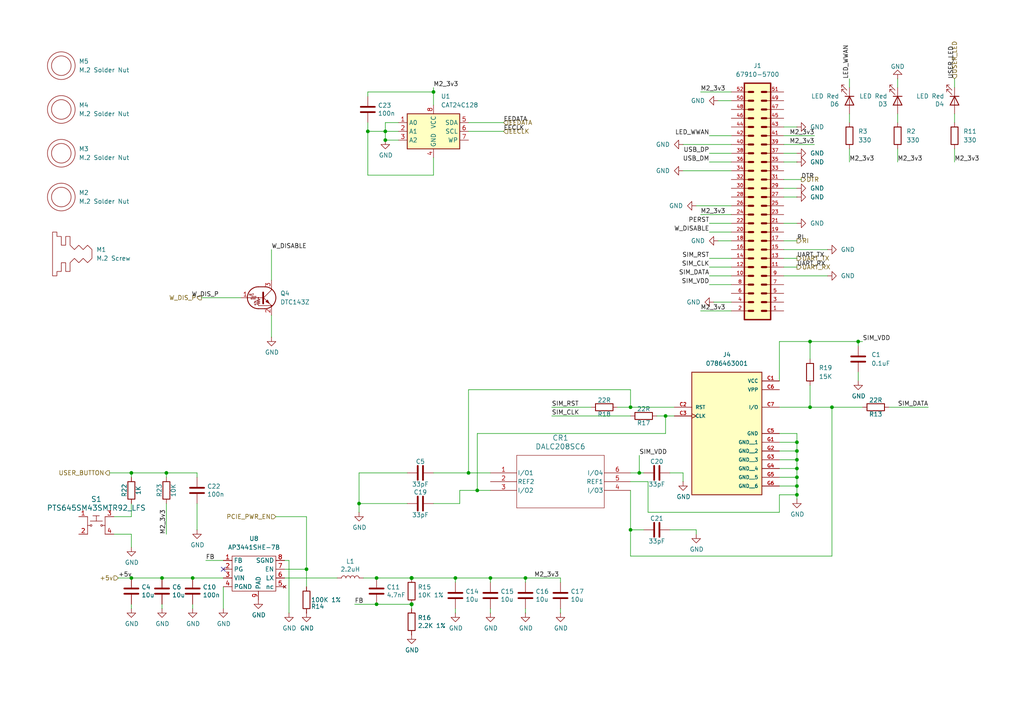
<source format=kicad_sch>
(kicad_sch (version 20250114) (generator "eeschema") (generator_version "9.0")
  (paper "A4")
  (title_block (title "Compute Module 5 IO Board ") (rev "1") (company "E-SMART SOLUTIONS") (comment 1 "Mostafa Bakir"))
  (lib_symbols
    (symbol "0786463001:0786463001" (pin_names (offset 1.016))
      (property "Reference" "J" (at -10.16 10.922 0))
      (property "Value" "0786463001" (at -10.16 -27.94 0))
      (symbol "0786463001_0_0"
        (pin input line (at -15.24 0 0) (length 5.08) (name "RST") (number "C2"))
        (pin input clock (at -15.24 -2.54 0) (length 5.08) (name "CLK") (number "C3"))
        (pin power_in line (at 15.24 7.62 180) (length 5.08) (name "VCC") (number "C1"))
        (pin power_in line (at 15.24 5.08 180) (length 5.08) (name "VPP") (number "C6"))
        (pin bidirectional line (at 15.24 0 180) (length 5.08) (name "I/O") (number "C7"))
        (pin power_in line (at 15.24 -7.62 180) (length 5.08) (name "GND") (number "C5"))
        (pin power_in line (at 15.24 -10.16 180) (length 5.08) (name "GND__1") (number "G1"))
        (pin power_in line (at 15.24 -12.7 180) (length 5.08) (name "GND__2") (number "G2"))
        (pin power_in line (at 15.24 -15.24 180) (length 5.08) (name "GND__3") (number "G3"))
        (pin power_in line (at 15.24 -17.78 180) (length 5.08) (name "GND__4") (number "G4"))
        (pin power_in line (at 15.24 -20.32 180) (length 5.08) (name "GND__5") (number "G5"))
        (pin power_in line (at 15.24 -22.86 180) (length 5.08) (name "GND__6") (number "G6"))
      )
    )
    (symbol "2025-04-18_20-29-10:DALC208SC6" (pin_names (offset 0.254))
      (property "Reference" "CR" (at 20.32 10.16 0))
      (property "Value" "DALC208SC6" (at 20.32 7.62 0))
      (symbol "DALC208SC6_0_1"
        (pin bidirectional line (at 0 0 0) (length 7.62) (name "I/O1") (number "1"))
        (pin unspecified line (at 0 -2.54 0) (length 7.62) (name "REF2") (number "2"))
        (pin bidirectional line (at 0 -5.08 0) (length 7.62) (name "I/O2") (number "3"))
        (pin bidirectional line (at 40.64 0 180) (length 7.62) (name "I/O4") (number "6"))
        (pin unspecified line (at 40.64 -2.54 180) (length 7.62) (name "REF1") (number "5"))
        (pin bidirectional line (at 40.64 -5.08 180) (length 7.62) (name "I/O3") (number "4"))
      )
    )
    (symbol "67910-5700:67910-5700" (pin_names (offset 1.016))
      (property "Reference" "J" (at -3.8196 33.867 0))
      (property "Value" "67910-5700" (at -3.8156 -38.1558 0))
      (symbol "67910-5700_0_0"
        (pin passive line (at -7.62 30.48 0) (length 5.08) (name "~") (number "52"))
        (pin passive line (at -7.62 27.94 0) (length 5.08) (name "~") (number "50"))
        (pin passive line (at -7.62 25.4 0) (length 5.08) (name "~") (number "48"))
        (pin passive line (at -7.62 22.86 0) (length 5.08) (name "~") (number "46"))
        (pin passive line (at -7.62 20.32 0) (length 5.08) (name "~") (number "44"))
        (pin passive line (at -7.62 17.78 0) (length 5.08) (name "~") (number "42"))
        (pin passive line (at -7.62 15.24 0) (length 5.08) (name "~") (number "40"))
        (pin passive line (at -7.62 12.7 0) (length 5.08) (name "~") (number "38"))
        (pin passive line (at -7.62 10.16 0) (length 5.08) (name "~") (number "36"))
        (pin passive line (at -7.62 7.62 0) (length 5.08) (name "~") (number "34"))
        (pin passive line (at -7.62 5.08 0) (length 5.08) (name "~") (number "32"))
        (pin passive line (at -7.62 2.54 0) (length 5.08) (name "~") (number "30"))
        (pin passive line (at -7.62 0 0) (length 5.08) (name "~") (number "28"))
        (pin passive line (at -7.62 -2.54 0) (length 5.08) (name "~") (number "26"))
        (pin passive line (at -7.62 -5.08 0) (length 5.08) (name "~") (number "24"))
        (pin passive line (at -7.62 -7.62 0) (length 5.08) (name "~") (number "22"))
        (pin passive line (at -7.62 -10.16 0) (length 5.08) (name "~") (number "20"))
        (pin passive line (at -7.62 -12.7 0) (length 5.08) (name "~") (number "18"))
        (pin passive line (at -7.62 -15.24 0) (length 5.08) (name "~") (number "16"))
        (pin passive line (at -7.62 -17.78 0) (length 5.08) (name "~") (number "14"))
        (pin passive line (at -7.62 -20.32 0) (length 5.08) (name "~") (number "12"))
        (pin passive line (at -7.62 -22.86 0) (length 5.08) (name "~") (number "10"))
        (pin passive line (at -7.62 -25.4 0) (length 5.08) (name "~") (number "8"))
        (pin passive line (at -7.62 -27.94 0) (length 5.08) (name "~") (number "6"))
        (pin passive line (at -7.62 -30.48 0) (length 5.08) (name "~") (number "4"))
        (pin passive line (at -7.62 -33.02 0) (length 5.08) (name "~") (number "2"))
        (pin passive line (at 7.62 30.48 180) (length 5.08) (name "~") (number "51"))
        (pin passive line (at 7.62 27.94 180) (length 5.08) (name "~") (number "49"))
        (pin passive line (at 7.62 25.4 180) (length 5.08) (name "~") (number "47"))
        (pin passive line (at 7.62 22.86 180) (length 5.08) (name "~") (number "45"))
        (pin passive line (at 7.62 20.32 180) (length 5.08) (name "~") (number "43"))
        (pin passive line (at 7.62 17.78 180) (length 5.08) (name "~") (number "41"))
        (pin passive line (at 7.62 15.24 180) (length 5.08) (name "~") (number "39"))
        (pin passive line (at 7.62 12.7 180) (length 5.08) (name "~") (number "37"))
        (pin passive line (at 7.62 10.16 180) (length 5.08) (name "~") (number "35"))
        (pin passive line (at 7.62 7.62 180) (length 5.08) (name "~") (number "33"))
        (pin passive line (at 7.62 5.08 180) (length 5.08) (name "~") (number "31"))
        (pin passive line (at 7.62 2.54 180) (length 5.08) (name "~") (number "29"))
        (pin passive line (at 7.62 0 180) (length 5.08) (name "~") (number "27"))
        (pin passive line (at 7.62 -2.54 180) (length 5.08) (name "~") (number "25"))
        (pin passive line (at 7.62 -5.08 180) (length 5.08) (name "~") (number "23"))
        (pin passive line (at 7.62 -7.62 180) (length 5.08) (name "~") (number "21"))
        (pin passive line (at 7.62 -10.16 180) (length 5.08) (name "~") (number "19"))
        (pin passive line (at 7.62 -12.7 180) (length 5.08) (name "~") (number "17"))
        (pin passive line (at 7.62 -15.24 180) (length 5.08) (name "~") (number "15"))
        (pin passive line (at 7.62 -17.78 180) (length 5.08) (name "~") (number "13"))
        (pin passive line (at 7.62 -20.32 180) (length 5.08) (name "~") (number "11"))
        (pin passive line (at 7.62 -22.86 180) (length 5.08) (name "~") (number "9"))
        (pin passive line (at 7.62 -25.4 180) (length 5.08) (name "~") (number "7"))
        (pin passive line (at 7.62 -27.94 180) (length 5.08) (name "~") (number "5"))
        (pin passive line (at 7.62 -30.48 180) (length 5.08) (name "~") (number "3"))
        (pin passive line (at 7.62 -33.02 180) (length 5.08) (name "~") (number "1"))
      )
    )
    (symbol "CM5IO:AP3441SHE-7B"
      (property "Reference" "U" (at -6.35 10.16 0))
      (property "Value" "AP3441SHE-7B" (at 0 7.62 0))
      (symbol "AP3441SHE-7B_1_1"
        (pin passive line (at -8.89 5.08 0) (length 2.54) (name "FB") (number "1"))
        (pin open_collector line (at -8.89 2.54 0) (length 2.54) (name "PG") (number "2"))
        (pin power_in line (at -8.89 0 0) (length 2.54) (name "VIN") (number "3"))
        (pin power_in line (at -8.89 -2.54 0) (length 2.54) (name "PGND") (number "4"))
        (pin input line (at 1.27 -6.35 90) (length 2.54) (name "PAD") (number "9"))
        (pin power_in line (at 8.89 5.08 180) (length 2.54) (name "SGND") (number "8"))
        (pin input line (at 8.89 2.54 180) (length 2.54) (name "EN") (number "7"))
        (pin power_out line (at 8.89 0 180) (length 2.54) (name "LX") (number "6"))
        (pin no_connect line (at 8.89 -2.54 180) (length 2.54) (name "nc") (number "5"))
      )
    )
    (symbol "CM5IO:M.2_Screw" (pin_numbers (hide yes)) (pin_names (offset 0) (hide yes)) (on_board no)
      (property "Reference" "M" (at -0.254 -6.35 0))
      (property "Value" "M.2 Screw" (at 0.254 -8.636 0))
    )
    (symbol "CM5IO:SolderNut" (pin_numbers (hide yes)) (pin_names (offset 0) (hide yes)) (exclude_from_sim yes) (on_board no)
      (property "Reference" "M" (at -6.35 -3.556 0))
      (property "Value" "M.2 Solder Nut" (at 0.254 -5.842 0))
    )
    (symbol "Device:C" (pin_numbers (hide yes)) (pin_names (offset 0.254))
      (property "Reference" "C" (at 0.635 2.54 0))
      (property "Value" "C" (at 0.635 -2.54 0))
      (symbol "C_1_1"
        (pin passive line (at 0 3.81 270) (length 2.794) (name "~") (number "1"))
        (pin passive line (at 0 -3.81 90) (length 2.794) (name "~") (number "2"))
      )
    )
    (symbol "Device:L" (pin_numbers (hide yes)) (pin_names (offset 1.016) (hide yes))
      (property "Reference" "L" (at -1.27 0 90))
      (property "Value" "L" (at 1.905 0 90))
      (symbol "L_1_1"
        (pin passive line (at 0 3.81 270) (length 1.27) (name "1") (number "1"))
        (pin passive line (at 0 -3.81 90) (length 1.27) (name "2") (number "2"))
      )
    )
    (symbol "Device:R" (pin_numbers (hide yes)) (pin_names (offset 0))
      (property "Reference" "R" (at 2.032 0 90))
      (property "Value" "R" (at 0 0 90))
      (symbol "R_1_1"
        (pin passive line (at 0 3.81 270) (length 1.27) (name "~") (number "1"))
        (pin passive line (at 0 -3.81 90) (length 1.27) (name "~") (number "2"))
      )
    )
    (symbol "LED_1" (pin_numbers (hide yes)) (pin_names (offset 1.016) (hide yes))
      (property "Reference" "D" (at 0 2.54 0))
      (property "Value" "LED" (at 0 -2.54 0))
      (symbol "LED_1_1_1"
        (pin passive line (at -3.81 0 0) (length 2.54) (name "K") (number "1"))
        (pin passive line (at 3.81 0 180) (length 2.54) (name "A") (number "2"))
      )
    )
    (symbol "Memory_EEPROM:CAT24C128"
      (property "Reference" "U" (at -6.35 6.35 0))
      (property "Value" "CAT24C128" (at 1.27 6.35 0))
      (symbol "CAT24C128_1_1"
        (pin input line (at -10.16 2.54 0) (length 2.54) (name "A0") (number "1"))
        (pin input line (at -10.16 0 0) (length 2.54) (name "A1") (number "2"))
        (pin input line (at -10.16 -2.54 0) (length 2.54) (name "A2") (number "3"))
        (pin power_in line (at 0 7.62 270) (length 2.54) (name "VCC") (number "8"))
        (pin power_in line (at 0 -7.62 90) (length 2.54) (name "GND") (number "4"))
        (pin bidirectional line (at 10.16 2.54 180) (length 2.54) (name "SDA") (number "5"))
        (pin input line (at 10.16 0 180) (length 2.54) (name "SCL") (number "6"))
        (pin input line (at 10.16 -2.54 180) (length 2.54) (name "WP") (number "7"))
      )
    )
    (symbol "Transistor_BJT:DTC143Z" (pin_names (offset 0) (hide yes))
      (property "Reference" "Q" (at 5.08 1.905 0))
      (property "Value" "DTC143Z" (at 5.08 0 0))
      (symbol "DTC143Z_0_0"
        (text "4k7" (at -3.302 0.889 0) (effects (font (size 0.508 0.508))))
        (text "47k" (at -2.159 -1.524 900) (effects (font (size 0.508 0.508))))
      )
      (symbol "DTC143Z_1_1"
        (pin input line (at -6.35 0 0) (length 2.54) (name "B") (number "1"))
        (pin passive line (at 2.54 5.08 270) (length 2.54) (name "C") (number "3"))
        (pin passive line (at 2.54 -5.08 90) (length 2.54) (name "E") (number "2"))
      )
    )
    (symbol "dk_Tactile-Switches:PTS645SM43SMTR92_LFS" (pin_names (offset 1.016))
      (property "Reference" "S" (at 0 5.08 0))
      (property "Value" "PTS645SM43SMTR92_LFS" (at 0 -5.334 0))
      (symbol "PTS645SM43SMTR92_LFS_1_1"
        (pin passive line (at -5.08 2.54 0) (length 2.54) (name "~") (number "1"))
        (pin passive line (at -5.08 -2.54 0) (length 2.54) (name "~") (number "2"))
        (pin passive line (at 5.08 2.54 180) (length 2.54) (name "~") (number "3"))
        (pin passive line (at 5.08 -2.54 180) (length 2.54) (name "~") (number "4"))
      )
    )
    (symbol "power:GND" (power) (pin_numbers (hide yes)) (pin_names (offset 0) (hide yes))
      (property "Value" "GND" (at 0 -3.81 0))
      (symbol "GND_1_1"
        (pin power_in line (at 0 0 270) (length 0) (name "~") (number "1"))
      )
    )
  )
  (junction (at 231.14 140.97))
  (junction (at 231.14 143.51))
  (junction (at 234.95 99.06))
  (junction (at 55.88 167.64))
  (junction (at 119.38 175.26) (diameter 1.016))
  (junction (at 193.04 120.65))
  (junction (at 38.1 137.16))
  (junction (at 135.89 137.16))
  (junction (at 125.73 26.67))
  (junction (at 104.14 146.05))
  (junction (at 109.22 167.64))
  (junction (at 46.99 167.64))
  (junction (at 132.08 167.64))
  (junction (at 88.9 165.1))
  (junction (at 38.1 167.64))
  (junction (at 142.24 167.64))
  (junction (at 231.14 133.35))
  (junction (at 241.3 118.11))
  (junction (at 138.43 142.24))
  (junction (at 231.14 135.89))
  (junction (at 182.88 118.11))
  (junction (at 185.42 137.16))
  (junction (at 109.22 175.26))
  (junction (at 248.92 99.06))
  (junction (at 106.68 38.1))
  (junction (at 182.88 153.67))
  (junction (at 234.95 118.11))
  (junction (at 111.76 38.1))
  (junction (at 48.26 137.16))
  (junction (at 152.4 167.64))
  (junction (at 231.14 128.27))
  (junction (at 119.38 167.64) (diameter 1.016))
  (junction (at 231.14 138.43))
  (junction (at 231.14 130.81))
  (junction (at 111.76 40.64))
  (no_connect (at 64.77 165.1))
  (wire (pts (xy 227.33 44.45) (xy 231.14 44.45)))
  (wire (pts (xy 241.3 118.11) (xy 250.19 118.11)))
  (wire (pts (xy 160.02 120.65) (xy 182.88 120.65)))
  (wire (pts (xy 135.89 113.03) (xy 135.89 137.16)))
  (wire (pts (xy 276.86 43.18) (xy 276.86 46.99)))
  (wire (pts (xy 105.41 167.64) (xy 109.22 167.64)))
  (wire (pts (xy 125.73 26.67) (xy 125.73 30.48)))
  (wire (pts (xy 227.33 46.99) (xy 231.14 46.99)))
  (wire (pts (xy 48.26 146.05) (xy 48.26 154.94)))
  (wire (pts (xy 109.22 167.64) (xy 119.38 167.64)))
  (wire (pts (xy 205.74 74.93) (xy 212.09 74.93)))
  (wire (pts (xy 248.92 107.95) (xy 248.92 110.49)))
  (wire (pts (xy 198.12 137.16) (xy 198.12 139.7)))
  (wire (pts (xy 231.14 133.35) (xy 231.14 135.89)))
  (wire (pts (xy 142.24 167.64) (xy 152.4 167.64)))
  (wire (pts (xy 88.9 165.1) (xy 88.9 170.18)))
  (wire (pts (xy 152.4 167.64) (xy 162.56 167.64)))
  (wire (pts (xy 257.81 118.11) (xy 269.24 118.11)))
  (wire (pts (xy 38.1 154.94) (xy 38.1 158.75)))
  (wire (pts (xy 227.33 77.47) (xy 231.14 77.47)))
  (wire (pts (xy 111.76 35.56) (xy 111.76 38.1)))
  (wire (pts (xy 59.69 162.56) (xy 64.77 162.56)))
  (wire (pts (xy 241.3 118.11) (xy 241.3 161.29)))
  (wire (pts (xy 236.22 41.91) (xy 227.33 41.91)))
  (wire (pts (xy 205.74 44.45) (xy 212.09 44.45)))
  (wire (pts (xy 234.95 99.06) (xy 234.95 104.14)))
  (wire (pts (xy 78.74 91.44) (xy 78.74 97.79)))
  (wire (pts (xy 111.76 40.64) (xy 115.57 40.64)))
  (wire (pts (xy 55.88 175.26) (xy 55.88 176.53)))
  (wire (pts (xy 194.31 153.67) (xy 201.93 153.67)))
  (wire (pts (xy 227.33 80.01) (xy 240.03 80.01)))
  (wire (pts (xy 48.26 137.16) (xy 48.26 138.43)))
  (wire (pts (xy 208.28 69.85) (xy 212.09 69.85)))
  (wire (pts (xy 57.15 137.16) (xy 57.15 138.43)))
  (wire (pts (xy 226.06 99.06) (xy 234.95 99.06)))
  (wire (pts (xy 46.99 167.64) (xy 55.88 167.64)))
  (wire (pts (xy 227.33 36.83) (xy 231.14 36.83)))
  (wire (pts (xy 205.74 80.01) (xy 212.09 80.01)))
  (wire (pts (xy 160.02 118.11) (xy 171.45 118.11)))
  (wire (pts (xy 82.55 165.1) (xy 88.9 165.1)))
  (wire (pts (xy 194.31 137.16) (xy 198.12 137.16)))
  (wire (pts (xy 132.08 167.64) (xy 142.24 167.64)))
  (wire (pts (xy 236.22 39.37) (xy 227.33 39.37)))
  (wire (pts (xy 207.01 87.63) (xy 212.09 87.63)))
  (wire (pts (xy 231.14 143.51) (xy 231.14 144.78)))
  (wire (pts (xy 227.33 54.61) (xy 231.14 54.61)))
  (wire (pts (xy 34.29 167.64) (xy 38.1 167.64)))
  (wire (pts (xy 226.06 133.35) (xy 231.14 133.35)))
  (wire (pts (xy 133.35 142.24) (xy 133.35 146.05)))
  (wire (pts (xy 152.4 167.64) (xy 152.4 168.91)))
  (wire (pts (xy 227.33 69.85) (xy 231.14 69.85)))
  (wire (pts (xy 125.73 50.8) (xy 106.68 50.8)))
  (wire (pts (xy 226.06 138.43) (xy 231.14 138.43)))
  (wire (pts (xy 182.88 113.03) (xy 135.89 113.03)))
  (wire (pts (xy 106.68 38.1) (xy 111.76 38.1)))
  (wire (pts (xy 208.28 29.21) (xy 212.09 29.21)))
  (wire (pts (xy 227.33 57.15) (xy 231.14 57.15)))
  (wire (pts (xy 119.38 167.64) (xy 132.08 167.64)))
  (wire (pts (xy 152.4 176.53) (xy 152.4 177.8)))
  (wire (pts (xy 125.73 26.67) (xy 106.68 26.67)))
  (wire (pts (xy 187.96 148.59) (xy 226.06 148.59)))
  (wire (pts (xy 133.35 146.05) (xy 125.73 146.05)))
  (wire (pts (xy 104.14 137.16) (xy 104.14 146.05)))
  (wire (pts (xy 203.2 90.17) (xy 212.09 90.17)))
  (wire (pts (xy 231.14 138.43) (xy 231.14 140.97)))
  (wire (pts (xy 78.74 72.39) (xy 78.74 81.28)))
  (wire (pts (xy 246.38 43.18) (xy 246.38 46.99)))
  (wire (pts (xy 125.73 45.72) (xy 125.73 50.8)))
  (wire (pts (xy 82.55 167.64) (xy 97.79 167.64)))
  (wire (pts (xy 104.14 146.05) (xy 118.11 146.05)))
  (wire (pts (xy 276.86 33.02) (xy 276.86 35.56)))
  (wire (pts (xy 182.88 137.16) (xy 185.42 137.16)))
  (wire (pts (xy 135.89 137.16) (xy 142.24 137.16)))
  (wire (pts (xy 182.88 142.24) (xy 182.88 153.67)))
  (wire (pts (xy 38.1 149.86) (xy 33.02 149.86)))
  (wire (pts (xy 31.75 137.16) (xy 38.1 137.16)))
  (wire (pts (xy 205.74 46.99) (xy 212.09 46.99)))
  (wire (pts (xy 135.89 35.56) (xy 146.05 35.56)))
  (wire (pts (xy 38.1 137.16) (xy 48.26 137.16)))
  (wire (pts (xy 231.14 135.89) (xy 231.14 138.43)))
  (wire (pts (xy 138.43 142.24) (xy 138.43 125.73)))
  (wire (pts (xy 226.06 128.27) (xy 231.14 128.27)))
  (wire (pts (xy 106.68 26.67) (xy 106.68 27.94)))
  (wire (pts (xy 182.88 139.7) (xy 187.96 139.7)))
  (wire (pts (xy 205.74 39.37) (xy 212.09 39.37)))
  (wire (pts (xy 111.76 38.1) (xy 115.57 38.1)))
  (wire (pts (xy 260.35 43.18) (xy 260.35 46.99)))
  (wire (pts (xy 205.74 67.31) (xy 212.09 67.31)))
  (wire (pts (xy 241.3 161.29) (xy 182.88 161.29)))
  (wire (pts (xy 55.88 167.64) (xy 64.77 167.64)))
  (wire (pts (xy 182.88 161.29) (xy 182.88 153.67)))
  (wire (pts (xy 276.86 22.86) (xy 276.86 25.4)))
  (wire (pts (xy 185.42 132.08) (xy 185.42 137.16)))
  (wire (pts (xy 231.14 130.81) (xy 231.14 133.35)))
  (wire (pts (xy 234.95 111.76) (xy 234.95 118.11)))
  (wire (pts (xy 227.33 74.93) (xy 231.14 74.93)))
  (wire (pts (xy 226.06 135.89) (xy 231.14 135.89)))
  (wire (pts (xy 135.89 38.1) (xy 146.05 38.1)))
  (wire (pts (xy 88.9 149.86) (xy 88.9 165.1)))
  (wire (pts (xy 125.73 137.16) (xy 135.89 137.16)))
  (wire (pts (xy 109.22 175.26) (xy 119.38 175.26)))
  (wire (pts (xy 106.68 50.8) (xy 106.68 38.1)))
  (wire (pts (xy 182.88 118.11) (xy 182.88 113.03)))
  (wire (pts (xy 231.14 125.73) (xy 231.14 128.27)))
  (wire (pts (xy 226.06 118.11) (xy 234.95 118.11)))
  (wire (pts (xy 38.1 175.26) (xy 38.1 176.53)))
  (wire (pts (xy 227.33 52.07) (xy 232.41 52.07)))
  (wire (pts (xy 226.06 143.51) (xy 231.14 143.51)))
  (wire (pts (xy 132.08 168.91) (xy 132.08 167.64)))
  (wire (pts (xy 104.14 148.59) (xy 104.14 146.05)))
  (wire (pts (xy 227.33 72.39) (xy 240.03 72.39)))
  (wire (pts (xy 38.1 137.16) (xy 38.1 138.43)))
  (wire (pts (xy 115.57 35.56) (xy 111.76 35.56)))
  (wire (pts (xy 57.15 146.05) (xy 57.15 153.67)))
  (wire (pts (xy 187.96 139.7) (xy 187.96 148.59)))
  (wire (pts (xy 190.5 120.65) (xy 193.04 120.65)))
  (wire (pts (xy 231.14 140.97) (xy 231.14 143.51)))
  (wire (pts (xy 58.42 86.36) (xy 69.85 86.36)))
  (wire (pts (xy 118.11 137.16) (xy 104.14 137.16)))
  (wire (pts (xy 201.93 153.67) (xy 201.93 154.94)))
  (wire (pts (xy 82.55 162.56) (xy 83.82 162.56)))
  (wire (pts (xy 106.68 35.56) (xy 106.68 38.1)))
  (wire (pts (xy 193.04 120.65) (xy 193.04 125.73)))
  (wire (pts (xy 179.07 118.11) (xy 182.88 118.11)))
  (wire (pts (xy 231.14 128.27) (xy 231.14 130.81)))
  (wire (pts (xy 226.06 125.73) (xy 231.14 125.73)))
  (wire (pts (xy 260.35 22.86) (xy 260.35 25.4)))
  (wire (pts (xy 33.02 154.94) (xy 38.1 154.94)))
  (wire (pts (xy 38.1 167.64) (xy 46.99 167.64)))
  (wire (pts (xy 125.73 25.4) (xy 125.73 26.67)))
  (wire (pts (xy 234.95 118.11) (xy 241.3 118.11)))
  (wire (pts (xy 182.88 153.67) (xy 186.69 153.67)))
  (wire (pts (xy 227.33 64.77) (xy 231.14 64.77)))
  (wire (pts (xy 226.06 148.59) (xy 226.06 143.51)))
  (wire (pts (xy 234.95 99.06) (xy 248.92 99.06)))
  (wire (pts (xy 142.24 167.64) (xy 142.24 168.91)))
  (wire (pts (xy 80.01 149.86) (xy 88.9 149.86)))
  (wire (pts (xy 142.24 142.24) (xy 138.43 142.24)))
  (wire (pts (xy 46.99 175.26) (xy 46.99 176.53)))
  (wire (pts (xy 185.42 137.16) (xy 186.69 137.16)))
  (wire (pts (xy 248.92 99.06) (xy 248.92 100.33)))
  (wire (pts (xy 132.08 177.8) (xy 132.08 176.53)))
  (wire (pts (xy 205.74 77.47) (xy 212.09 77.47)))
  (wire (pts (xy 162.56 176.53) (xy 162.56 177.8)))
  (wire (pts (xy 138.43 142.24) (xy 133.35 142.24)))
  (wire (pts (xy 64.77 176.53) (xy 64.77 170.18)))
  (wire (pts (xy 182.88 118.11) (xy 195.58 118.11)))
  (wire (pts (xy 248.92 99.06) (xy 250.19 99.06)))
  (wire (pts (xy 162.56 167.64) (xy 162.56 168.91)))
  (wire (pts (xy 142.24 176.53) (xy 142.24 177.8)))
  (wire (pts (xy 203.2 62.23) (xy 212.09 62.23)))
  (wire (pts (xy 231.14 140.97) (xy 226.06 140.97)))
  (wire (pts (xy 260.35 33.02) (xy 260.35 35.56)))
  (wire (pts (xy 198.12 49.53) (xy 212.09 49.53)))
  (wire (pts (xy 48.26 137.16) (xy 57.15 137.16)))
  (wire (pts (xy 119.38 176.53) (xy 119.38 175.26)))
  (wire (pts (xy 246.38 33.02) (xy 246.38 35.56)))
  (wire (pts (xy 205.74 64.77) (xy 212.09 64.77)))
  (wire (pts (xy 205.74 82.55) (xy 212.09 82.55)))
  (wire (pts (xy 226.06 130.81) (xy 231.14 130.81)))
  (wire (pts (xy 201.93 59.69) (xy 212.09 59.69)))
  (wire (pts (xy 138.43 125.73) (xy 193.04 125.73)))
  (wire (pts (xy 102.87 175.26) (xy 109.22 175.26)))
  (wire (pts (xy 198.12 41.91) (xy 212.09 41.91)))
  (wire (pts (xy 246.38 22.86) (xy 246.38 25.4)))
  (wire (pts (xy 193.04 120.65) (xy 195.58 120.65)))
  (wire (pts (xy 111.76 38.1) (xy 111.76 40.64)))
  (wire (pts (xy 83.82 162.56) (xy 83.82 177.8)))
  (wire (pts (xy 38.1 146.05) (xy 38.1 149.86)))
  (wire (pts (xy 226.06 99.06) (xy 226.06 110.49)))
  (wire (pts (xy 203.2 26.67) (xy 212.09 26.67)))
  (label "SIM_VDD" (at 185.42 132.08 0))
  (label "USB_DP" (at 205.74 44.45 180))
  (label "UART_TX" (at 231.14 74.93 0))
  (label "M2_3v3" (at 203.2 90.17 0))
  (label "M2_3v3" (at 154.94 167.64 0))
  (label "PERST" (at 205.74 64.77 180))
  (label "+5v" (at 34.29 167.64 0))
  (label "SIM_RST" (at 205.74 74.93 180))
  (label "M2_3v3" (at 236.22 41.91 180))
  (label "SIM_VDD" (at 205.74 82.55 180))
  (label "LED_WWAN" (at 246.38 22.86 90))
  (label "SIM_DATA" (at 269.24 118.11 180))
  (label "M2_3v3" (at 236.22 39.37 180))
  (label "SIM_CLK" (at 205.74 77.47 180))
  (label "FB" (at 59.69 162.56 0))
  (label "M2_3v3" (at 203.2 62.23 0))
  (label "M2_3v3" (at 203.2 26.67 0))
  (label "SIM_VDD" (at 250.19 99.06 0))
  (label "UART_RX" (at 231.14 77.47 0))
  (label "M2_3v3" (at 125.73 25.4 0))
  (label "SIM_CLK" (at 160.02 120.65 0))
  (label "EECLK" (at 146.05 38.1 0))
  (label "DTR" (at 232.41 52.07 0))
  (label "LED_WWAN" (at 205.74 39.37 180))
  (label "M2_3v3" (at 260.35 46.99 0))
  (label "USER_LED" (at 276.86 22.86 90))
  (label "M2_3v3" (at 246.38 46.99 0))
  (label "W_DIS_P" (at 63.5 86.36 180))
  (label "USB_DM" (at 205.74 46.99 180))
  (label "M2_3v3" (at 276.86 46.99 0))
  (label "EEDATA" (at 146.05 35.56 0))
  (label "W_DISABLE" (at 78.74 72.39 0))
  (label "W_DISABLE" (at 205.74 67.31 180))
  (label "FB" (at 102.87 175.26 0))
  (label "M2_3v3" (at 48.26 154.94 90))
  (label "SIM_DATA" (at 205.74 80.01 180))
  (label "RI" (at 231.14 69.85 0))
  (label "SIM_RST" (at 160.02 118.11 0))
  (hierarchical_label "W_DIS_P" (shape output) (at 58.42 86.36 180))
  (hierarchical_label "UART_RX" (shape output) (at 231.14 77.47 0))
  (hierarchical_label "EECLK" (shape input) (at 146.05 38.1 0))
  (hierarchical_label "EEDATA" (shape input) (at 146.05 35.56 0))
  (hierarchical_label "USER_BUTTON" (shape output) (at 31.75 137.16 180))
  (hierarchical_label "PCIE_PWR_EN" (shape input) (at 80.01 149.86 180))
  (hierarchical_label "UART_TX" (shape output) (at 231.14 74.93 0))
  (hierarchical_label "+5v" (shape input) (at 34.29 167.64 180))
  (hierarchical_label "RI" (shape output) (at 231.14 69.85 0))
  (hierarchical_label "DTR" (shape output) (at 232.41 52.07 0))
  (hierarchical_label "USER_LED" (shape input) (at 276.86 22.86 90))
  (symbol (lib_id "power:GND") (at 38.1 158.75 0) (unit 1)
    (property "Reference" "#PWR051" (effects (hide yes)))
    (property "Value" "GND" (at 38.227 163.1442 0))
    (property "Description" "Power symbol creates a global label with name \"GND\" , ground" (effects (hide yes)))
  )
  (symbol (lib_id "Device:C") (at 152.4 172.72 0) (unit 1)
    (property "Reference" "C16" (at 155.321 171.5516 0) (effects (justify left)))
    (property "Value" "10u" (at 155.321 173.863 0) (effects (justify left)))
    (property "Footprint" "Capacitor_SMD:C_0805_2012Metric" (effects (hide yes)))
    (property "Datasheet" "https://search.murata.co.jp/Ceramy/image/img/A01X/G101/ENG/GRM21BR71A106KA73-01.pdf" (effects (hide yes)))
    (property "Field4" "Digikey" (effects (hide yes)))
    (property "Field5" "490-14381-1-ND" (effects (hide yes)))
    (property "Field6" "GRM21BR71A106KA73L" (effects (hide yes)))
    (property "Field7" "Murata" (effects (hide yes)))
    (property "Field8" "111893011" (effects (hide yes)))
    (property "Part Description" "	10uF 10% 10V Ceramic Capacitor X7R 0805 (2012 Metric)" (effects (hide yes)))
  )
  (symbol (lib_id "power:GND") (at 152.4 177.8 0) (unit 1)
    (property "Reference" "#PWR018" (effects (hide yes)))
    (property "Value" "GND" (at 152.527 182.1942 0))
    (property "Description" "Power symbol creates a global label with name \"GND\" , ground" (effects (hide yes)))
  )
  (symbol (lib_id "Device:C") (at 46.99 171.45 0) (unit 1)
    (property "Reference" "C6" (at 49.911 170.2816 0) (effects (justify left)))
    (property "Value" "10u" (at 49.911 172.593 0) (effects (justify left)))
    (property "Footprint" "Capacitor_SMD:C_0805_2012Metric" (effects (hide yes)))
    (property "Datasheet" "https://search.murata.co.jp/Ceramy/image/img/A01X/G101/ENG/GRM21BR71A106KA73-01.pdf" (effects (hide yes)))
    (property "Field4" "Digikey" (effects (hide yes)))
    (property "Field5" "490-14381-1-ND" (effects (hide yes)))
    (property "Field6" "GRM21BR71A106KA73L" (effects (hide yes)))
    (property "Field7" "Murata" (effects (hide yes)))
    (property "Field8" "111893011" (effects (hide yes)))
    (property "Part Description" "	10uF 10% 10V Ceramic Capacitor X7R 0805 (2012 Metric)" (effects (hide yes)))
  )
  (symbol (lib_id "power:GND") (at 248.92 110.49 0) (unit 1)
    (property "Reference" "#PWR045" (effects (hide yes)))
    (property "Value" "GND" (at 249.047 114.8842 0))
    (property "Description" "Power symbol creates a global label with name \"GND\" , ground" (effects (hide yes)))
  )
  (symbol (lib_id "Device:R") (at 234.95 107.95 0) (unit 1)
    (property "Reference" "R19" (at 237.49 106.6799 0) (effects (justify left)))
    (property "Value" "15K" (at 237.49 109.2199 0) (effects (justify left)))
    (property "Footprint" "Resistor_SMD:R_0603_1608Metric" (effects (hide yes)))
    (property "Description" "Resistor" (effects (hide yes)))
  )
  (symbol (lib_name "LED_1") (lib_id "Device:LED") (at 276.86 29.21 270) (unit 1)
    (property "Reference" "D4" (at 273.8882 30.2006 90) (effects (justify right)))
    (property "Value" "LED Red" (at 273.8882 27.8892 90) (effects (justify right)))
    (property "Footprint" "LED_SMD:LED_0603_1608Metric" (effects (hide yes)))
    (property "Datasheet" "http://optoelectronics.liteon.com/upload/download/DS22-2000-210/LTST-S270KRKT.pdf" (effects (hide yes)))
    (property "Field4" "Digikey " (effects (hide yes)))
    (property "Field5" "	LTST-S270KRKT" (effects (hide yes)))
    (property "Field6" "SML-A12U8TT86Q" (effects (hide yes)))
    (property "Field7" "Rohm" (effects (hide yes)))
    (property "Field8" "650295101" (effects (hide yes)))
    (property "Part Description" "	Red 620nm LED Indication - Discrete 2.2V 2-SMD, No Lead" (effects (hide yes)))
  )
  (symbol (lib_id "power:GND") (at 231.14 64.77 90) (unit 1)
    (property "Reference" "#PWR026" (effects (hide yes)))
    (property "Value" "GND" (at 234.95 64.7699 90) (effects (justify right)))
    (property "Description" "Power symbol creates a global label with name \"GND\" , ground" (effects (hide yes)))
  )
  (symbol (lib_id "0786463001:0786463001") (at 210.82 118.11 0) (unit 1)
    (property "Reference" "J4" (at 210.82 102.87 0))
    (property "Value" "0786463001" (at 210.82 105.41 0))
    (property "Footprint" "0786463001:MOLEX_0786463001" (effects (hide yes)))
    (property "PARTREV" "C1" (effects (hide yes)))
    (property "SNAPEDA_PN" "0786463001" (effects (hide yes)))
    (property "STANDARD" "Manufacturer Recommendations" (effects (hide yes)))
    (property "MAXIMUM_PACKAGE_HEIGHT" "1.55 mm" (effects (hide yes)))
    (property "MANUFACTURER" "Molex" (effects (hide yes)))
  )
  (symbol (lib_id "power:GND") (at 240.03 72.39 90) (unit 1)
    (property "Reference" "#PWR025" (effects (hide yes)))
    (property "Value" "GND" (at 243.84 72.3899 90) (effects (justify right)))
    (property "Description" "Power symbol creates a global label with name \"GND\" , ground" (effects (hide yes)))
  )
  (symbol (lib_id "67910-5700:67910-5700") (at 219.71 57.15 0) (unit 1)
    (property "Reference" "J1" (at 219.71 19.05 0))
    (property "Value" "67910-5700" (at 219.71 21.59 0))
    (property "Footprint" "0679105700:MOLEX_67910-5700" (effects (hide yes)))
    (property "MANUFACTURER" "Molex, LLC" (effects (hide yes)))
  )
  (symbol (lib_id "Transistor_BJT:DTC143Z") (at 76.2 86.36 0) (unit 1)
    (property "Reference" "Q4" (at 81.28 85.0899 0) (effects (justify left)))
    (property "Value" "DTC143Z" (at 81.28 87.6299 0) (effects (justify left)))
    (property "Footprint" "Package_TO_SOT_THT:TO-92L_Inline_Wide" (effects (hide yes)))
    (property "Description" "Digital NPN Transistor, 4k7/47k, SOT-23" (effects (hide yes)))
  )
  (symbol (lib_id "power:GND") (at 46.99 176.53 0) (unit 1)
    (property "Reference" "#PWR021" (effects (hide yes)))
    (property "Value" "GND" (at 47.117 180.9242 0))
    (property "Description" "Power symbol creates a global label with name \"GND\" , ground" (effects (hide yes)))
  )
  (symbol (lib_id "power:GND") (at 201.93 59.69 270) (unit 1)
    (property "Reference" "#PWR035" (effects (hide yes)))
    (property "Value" "GND" (at 198.12 59.6899 90) (effects (justify right)))
    (property "Description" "Power symbol creates a global label with name \"GND\" , ground" (effects (hide yes)))
  )
  (symbol (lib_id "power:GND") (at 78.74 97.79 0) (unit 1)
    (property "Reference" "#PWR053" (effects (hide yes)))
    (property "Value" "GND" (at 78.867 102.1842 0))
    (property "Description" "Power symbol creates a global label with name \"GND\" , ground" (effects (hide yes)))
  )
  (symbol (lib_id "power:GND") (at 162.56 177.8 0) (unit 1)
    (property "Reference" "#PWR024" (effects (hide yes)))
    (property "Value" "GND" (at 162.687 182.1942 0))
    (property "Description" "Power symbol creates a global label with name \"GND\" , ground" (effects (hide yes)))
  )
  (symbol (lib_id "Device:C") (at 121.92 137.16 90) (unit 1)
    (property "Reference" "C5" (at 121.92 133.858 90))
    (property "Value" "33pF" (at 121.92 140.462 90))
    (property "Footprint" "Capacitor_SMD:C_0603_1608Metric" (effects (hide yes)))
    (property "Description" "Unpolarized capacitor" (effects (hide yes)))
  )
  (symbol (lib_id "Device:R") (at 254 118.11 90) (unit 1)
    (property "Reference" "R13" (at 254 120.142 90))
    (property "Value" "22R" (at 254 116.078 90))
    (property "Footprint" "Resistor_SMD:R_0603_1608Metric" (effects (hide yes)))
    (property "Description" "Resistor" (effects (hide yes)))
  )
  (symbol (lib_id "CM5IO:SolderNut") (at 17.78 44.45 0) (unit 1) (exclude_from_sim yes) (on_board no)
    (property "Reference" "M3" (at 22.86 43.1799 0) (effects (justify left)))
    (property "Value" "M.2 Solder Nut" (at 22.86 45.7199 0) (effects (justify left)))
    (property "Part Description" "Solder nut for M.2 slot" (effects (hide yes)))
  )
  (symbol (lib_id "power:GND") (at 111.76 40.64 0) (unit 1)
    (property "Reference" "#PWR055" (effects (hide yes)))
    (property "Value" "GND" (at 111.887 45.0342 0))
    (property "Description" "Power symbol creates a global label with name \"GND\" , ground" (effects (hide yes)))
  )
  (symbol (lib_id "Device:L") (at 101.6 167.64 90) (unit 1)
    (property "Reference" "L1" (at 101.6 162.814 90))
    (property "Value" "2.2uH" (at 101.6 165.1254 90))
    (property "Footprint" "CM5IO:L_Bourns_SRP5030CC" (effects (hide yes)))
    (property "Datasheet" "https://www.bourns.com/docs/product-datasheets/srp5030cc.pdf" (effects (hide yes)))
    (property "Field6" "SRP5030CC-2R2M" (effects (hide yes)))
    (property "Field7" "Bourns" (effects (hide yes)))
    (property "Part Description" "Inductor, SMT, 2520, 2u2, IRMS=7A, ISAT=8A, DCR=0.032R" (effects (hide yes)))
    (property "Field5" "SRP5030CC-2R2M" (effects (hide yes)))
  )
  (symbol (lib_id "power:GND") (at 208.28 29.21 270) (unit 1)
    (property "Reference" "#PWR038" (effects (hide yes)))
    (property "Value" "GND" (at 204.47 29.2099 90) (effects (justify right)))
    (property "Description" "Power symbol creates a global label with name \"GND\" , ground" (effects (hide yes)))
  )
  (symbol (lib_id "power:GND") (at 64.77 176.53 0) (unit 1)
    (property "Reference" "#PWR022" (effects (hide yes)))
    (property "Value" "GND" (at 64.897 180.9242 0))
    (property "Description" "Power symbol creates a global label with name \"GND\" , ground" (effects (hide yes)))
  )
  (symbol (lib_id "Device:R") (at 119.38 171.45 0) (unit 1)
    (property "Reference" "R15" (at 121.158 170.2816 0) (effects (justify left)))
    (property "Value" "10K 1%" (at 121.158 172.593 0) (effects (justify left)))
    (property "Footprint" "Resistor_SMD:R_0402_1005Metric" (effects (hide yes)))
    (property "Datasheet" "https://fscdn.rohm.com/en/products/databook/datasheet/passive/resistor/chip_resistor/mcr-e.pdf" (effects (hide yes)))
    (property "Field4" "Farnell" (effects (hide yes)))
    (property "Field7" "Rohm" (effects (hide yes)))
    (property "Field6" "MCR01MZPF1002" (effects (hide yes)))
    (property "Part Description" "Resistor 10K M1005 1% 63mW" (effects (hide yes)))
  )
  (symbol (lib_id "2025-04-18_20-29-10:DALC208SC6") (at 142.24 137.16 0) (unit 1)
    (property "Reference" "CR1" (at 162.56 127 0) (effects (font (size 1.524 1.524))))
    (property "Value" "DALC208SC6" (at 162.56 129.54 0) (effects (font (size 1.524 1.524))))
    (property "Footprint" "digikey-footprints:SOT23-6L" (effects (hide yes)))
    (property "Datasheet" "DALC208SC6" (effects (hide yes)))
  )
  (symbol (lib_id "Device:C") (at 190.5 137.16 90) (unit 1)
    (property "Reference" "C20" (at 190.5 133.858 90))
    (property "Value" "33pF" (at 190.5 140.462 90))
    (property "Footprint" "Capacitor_SMD:C_0603_1608Metric" (effects (hide yes)))
    (property "Description" "Unpolarized capacitor" (effects (hide yes)))
  )
  (symbol (lib_id "power:GND") (at 231.14 44.45 90) (unit 1)
    (property "Reference" "#PWR042" (effects (hide yes)))
    (property "Value" "GND" (at 234.95 44.4499 90) (effects (justify right)))
    (property "Description" "Power symbol creates a global label with name \"GND\" , ground" (effects (hide yes)))
  )
  (symbol (lib_id "Memory_EEPROM:CAT24C128") (at 125.73 38.1 0) (unit 1)
    (property "Reference" "U1" (at 127.8733 27.94 0) (effects (justify left)))
    (property "Value" "CAT24C128" (at 127.8733 30.48 0) (effects (justify left)))
    (property "Footprint" "Package_SO:SOIC-8_5.3x6.2mm_P1.27mm" (effects (hide yes)))
    (property "Datasheet" "https://www.onsemi.com/pub/Collateral/CAT24C128-D.PDF" (effects (hide yes)))
    (property "Description" "128 kb CMOS Serial EEPROM, SOIC-8/TSSOP-8/DFN-8" (effects (hide yes)))
  )
  (symbol (lib_id "Device:R") (at 88.9 173.99 0) (unit 1)
    (property "Reference" "R14" (at 90.17 175.895 0) (effects (justify left)))
    (property "Value" "100K 1%" (at 90.17 173.99 0) (effects (justify left)))
    (property "Footprint" "Resistor_SMD:R_0402_1005Metric" (effects (hide yes)))
    (property "Datasheet" "https://fscdn.rohm.com/en/products/databook/datasheet/passive/resistor/chip_resistor/mcr-e.pdf" (effects (hide yes)))
    (property "Field4" "Farnell" (effects (hide yes)))
    (property "Field6" "MCR01MZPF1003" (effects (hide yes)))
    (property "Field7" "Rohm" (effects (hide yes)))
    (property "Part Description" "Resistor 100K M1005 1% 63mW" (effects (hide yes)))
  )
  (symbol (lib_id "Device:R") (at 119.38 180.34 0) (unit 1)
    (property "Reference" "R16" (at 121.158 179.1716 0) (effects (justify left)))
    (property "Value" "2.2K 1%" (at 121.158 181.483 0) (effects (justify left)))
    (property "Footprint" "Resistor_SMD:R_0402_1005Metric" (effects (hide yes)))
    (property "Datasheet" "https://fscdn.rohm.com/en/products/databook/datasheet/passive/resistor/chip_resistor/mcr-e.pdf" (effects (hide yes)))
    (property "Field4" "Farnell" (effects (hide yes)))
    (property "Part Description" "Resistor 2.2K M1005 1% 63mW" (effects (hide yes)))
  )
  (symbol (lib_name "LED_1") (lib_id "Device:LED") (at 260.35 29.21 270) (unit 1)
    (property "Reference" "D3" (at 257.3782 30.2006 90) (effects (justify right)))
    (property "Value" "LED Red" (at 257.3782 27.8892 90) (effects (justify right)))
    (property "Footprint" "LED_SMD:LED_0603_1608Metric" (effects (hide yes)))
    (property "Datasheet" "http://optoelectronics.liteon.com/upload/download/DS22-2000-210/LTST-S270KRKT.pdf" (effects (hide yes)))
    (property "Field4" "Digikey " (effects (hide yes)))
    (property "Field5" "	LTST-S270KRKT" (effects (hide yes)))
    (property "Field6" "SML-A12U8TT86Q" (effects (hide yes)))
    (property "Field7" "Rohm" (effects (hide yes)))
    (property "Field8" "650295101" (effects (hide yes)))
    (property "Part Description" "	Red 620nm LED Indication - Discrete 2.2V 2-SMD, No Lead" (effects (hide yes)))
  )
  (symbol (lib_id "Device:C") (at 57.15 142.24 0) (unit 1)
    (property "Reference" "C22" (at 60.071 141.0716 0) (effects (justify left)))
    (property "Value" "100n" (at 60.071 143.383 0) (effects (justify left)))
    (property "Footprint" "Capacitor_SMD:C_0402_1005Metric" (effects (hide yes)))
    (property "Datasheet" "https://search.murata.co.jp/Ceramy/image/img/A01X/G101/ENG/GRM155R71C104KA88-01.pdf" (effects (hide yes)))
    (property "Field4" "Farnell" (effects (hide yes)))
    (property "Field5" "2611911" (effects (hide yes)))
    (property "Field6" "RM EMK105 B7104KV-F" (effects (hide yes)))
    (property "Field7" "TAIYO YUDEN EUROPE GMBH" (effects (hide yes)))
    (property "Field8" "110091611" (effects (hide yes)))
    (property "Part Description" "	0.1uF 10% 16V Ceramic Capacitor X7R 0402 (1005 Metric)" (effects (hide yes)))
  )
  (symbol (lib_id "Device:C") (at 38.1 171.45 0) (unit 1)
    (property "Reference" "C4" (at 41.021 170.2816 0) (effects (justify left)))
    (property "Value" "10u" (at 41.021 172.593 0) (effects (justify left)))
    (property "Footprint" "Capacitor_SMD:C_0805_2012Metric" (effects (hide yes)))
    (property "Datasheet" "https://search.murata.co.jp/Ceramy/image/img/A01X/G101/ENG/GRM21BR71A106KA73-01.pdf" (effects (hide yes)))
    (property "Field4" "Digikey" (effects (hide yes)))
    (property "Field5" "490-14381-1-ND" (effects (hide yes)))
    (property "Field6" "GRM21BR71A106KA73L" (effects (hide yes)))
    (property "Field7" "Murata" (effects (hide yes)))
    (property "Field8" "111893011" (effects (hide yes)))
    (property "Part Description" "	10uF 10% 10V Ceramic Capacitor X7R 0805 (2012 Metric)" (effects (hide yes)))
  )
  (symbol (lib_id "CM5IO:AP3441SHE-7B") (at 73.66 167.64 0) (unit 1)
    (property "Reference" "U8" (at 73.66 156.21 0))
    (property "Value" "AP3441SHE-7B" (at 73.66 158.75 0))
    (property "Footprint" "Package_DFN_QFN:DFN-8-1EP_2x2mm_P0.5mm_EP1.05x1.75mm" (effects (hide yes)))
    (property "Datasheet" "https://www.diodes.com/assets/Datasheets/AP3441-L.pdf" (effects (hide yes)))
    (property "Field5" "AP3441SHE-7B" (effects (hide yes)))
    (property "Field6" "AP3441SHE-7B" (effects (hide yes)))
    (property "Field7" "Diodes" (effects (hide yes)))
    (property "Part Description" "3A DC-DC converter" (effects (hide yes)))
  )
  (symbol (lib_id "Device:R") (at 38.1 142.24 0) (unit 1)
    (property "Reference" "R22" (at 36.068 142.24 90))
    (property "Value" "1K" (at 40.132 142.24 90))
    (property "Footprint" "Resistor_SMD:R_0603_1608Metric" (effects (hide yes)))
    (property "Description" "Resistor" (effects (hide yes)))
  )
  (symbol (lib_id "Device:C") (at 55.88 171.45 0) (unit 1)
    (property "Reference" "C10" (at 58.801 170.2816 0) (effects (justify left)))
    (property "Value" "100n" (at 58.801 172.593 0) (effects (justify left)))
    (property "Footprint" "Capacitor_SMD:C_0402_1005Metric" (effects (hide yes)))
    (property "Datasheet" "https://search.murata.co.jp/Ceramy/image/img/A01X/G101/ENG/GRM155R71C104KA88-01.pdf" (effects (hide yes)))
    (property "Field4" "Farnell" (effects (hide yes)))
    (property "Field5" "2611911" (effects (hide yes)))
    (property "Field6" "RM EMK105 B7104KV-F" (effects (hide yes)))
    (property "Field7" "TAIYO YUDEN EUROPE GMBH" (effects (hide yes)))
    (property "Field8" "110091611" (effects (hide yes)))
    (property "Part Description" "	0.1uF 10% 16V Ceramic Capacitor X7R 0402 (1005 Metric)" (effects (hide yes)))
  )
  (symbol (lib_id "Device:R") (at 175.26 118.11 90) (unit 1)
    (property "Reference" "R18" (at 175.26 120.142 90))
    (property "Value" "22R" (at 175.26 116.078 90))
    (property "Footprint" "Resistor_SMD:R_0603_1608Metric" (effects (hide yes)))
    (property "Description" "Resistor" (effects (hide yes)))
  )
  (symbol (lib_id "Device:C") (at 132.08 172.72 0) (unit 1)
    (property "Reference" "C14" (at 135.001 171.5516 0) (effects (justify left)))
    (property "Value" "10u" (at 135.001 173.863 0) (effects (justify left)))
    (property "Footprint" "Capacitor_SMD:C_0805_2012Metric" (effects (hide yes)))
    (property "Datasheet" "https://search.murata.co.jp/Ceramy/image/img/A01X/G101/ENG/GRM21BR71A106KA73-01.pdf" (effects (hide yes)))
    (property "Field4" "Digikey" (effects (hide yes)))
    (property "Field5" "490-14381-1-ND" (effects (hide yes)))
    (property "Field6" "GRM21BR71A106KA73L" (effects (hide yes)))
    (property "Field7" "Murata" (effects (hide yes)))
    (property "Field8" "111893011" (effects (hide yes)))
    (property "Part Description" "	10uF 10% 10V Ceramic Capacitor X7R 0805 (2012 Metric)" (effects (hide yes)))
  )
  (symbol (lib_id "power:GND") (at 38.1 176.53 0) (unit 1)
    (property "Reference" "#PWR020" (effects (hide yes)))
    (property "Value" "GND" (at 38.227 180.9242 0))
    (property "Description" "Power symbol creates a global label with name \"GND\" , ground" (effects (hide yes)))
  )
  (symbol (lib_id "power:GND") (at 57.15 153.67 0) (unit 1)
    (property "Reference" "#PWR050" (effects (hide yes)))
    (property "Value" "GND" (at 57.277 158.0642 0))
    (property "Description" "Power symbol creates a global label with name \"GND\" , ground" (effects (hide yes)))
  )
  (symbol (lib_id "power:GND") (at 260.35 22.86 180) (unit 1)
    (property "Reference" "#PWR043" (effects (hide yes)))
    (property "Value" "GND" (at 260.35 19.304 0))
    (property "Description" "Power symbol creates a global label with name \"GND\" , ground" (effects (hide yes)))
  )
  (symbol (lib_id "Device:R") (at 260.35 39.37 0) (unit 1)
    (property "Reference" "R2" (at 262.89 38.0999 0) (effects (justify left)))
    (property "Value" "330" (at 262.89 40.6399 0) (effects (justify left)))
    (property "Footprint" "Resistor_SMD:R_0603_1608Metric" (effects (hide yes)))
    (property "Description" "Resistor" (effects (hide yes)))
  )
  (symbol (lib_id "power:GND") (at 198.12 139.7 0) (unit 1)
    (property "Reference" "#PWR047" (effects (hide yes)))
    (property "Value" "GND" (at 198.247 144.0942 0))
    (property "Description" "Power symbol creates a global label with name \"GND\" , ground" (effects (hide yes)))
  )
  (symbol (lib_name "LED_1") (lib_id "Device:LED") (at 246.38 29.21 270) (unit 1)
    (property "Reference" "D6" (at 243.4082 30.2006 90) (effects (justify right)))
    (property "Value" "LED Red" (at 243.4082 27.8892 90) (effects (justify right)))
    (property "Footprint" "LED_SMD:LED_0603_1608Metric" (effects (hide yes)))
    (property "Datasheet" "http://optoelectronics.liteon.com/upload/download/DS22-2000-210/LTST-S270KRKT.pdf" (effects (hide yes)))
    (property "Field4" "Digikey " (effects (hide yes)))
    (property "Field5" "	LTST-S270KRKT" (effects (hide yes)))
    (property "Field6" "SML-A12U8TT86Q" (effects (hide yes)))
    (property "Field7" "Rohm" (effects (hide yes)))
    (property "Field8" "650295101" (effects (hide yes)))
    (property "Part Description" "	Red 620nm LED Indication - Discrete 2.2V 2-SMD, No Lead" (effects (hide yes)))
  )
  (symbol (lib_id "Device:C") (at 106.68 31.75 0) (unit 1)
    (property "Reference" "C23" (at 109.601 30.5816 0) (effects (justify left)))
    (property "Value" "100n" (at 109.601 32.893 0) (effects (justify left)))
    (property "Footprint" "Capacitor_SMD:C_0402_1005Metric" (effects (hide yes)))
    (property "Datasheet" "https://search.murata.co.jp/Ceramy/image/img/A01X/G101/ENG/GRM155R71C104KA88-01.pdf" (effects (hide yes)))
    (property "Field4" "Farnell" (effects (hide yes)))
    (property "Field5" "2611911" (effects (hide yes)))
    (property "Field6" "RM EMK105 B7104KV-F" (effects (hide yes)))
    (property "Field7" "TAIYO YUDEN EUROPE GMBH" (effects (hide yes)))
    (property "Field8" "110091611" (effects (hide yes)))
    (property "Part Description" "	0.1uF 10% 16V Ceramic Capacitor X7R 0402 (1005 Metric)" (effects (hide yes)))
  )
  (symbol (lib_id "power:GND") (at 198.12 49.53 270) (unit 1)
    (property "Reference" "#PWR036" (effects (hide yes)))
    (property "Value" "GND" (at 194.31 49.5299 90) (effects (justify right)))
    (property "Description" "Power symbol creates a global label with name \"GND\" , ground" (effects (hide yes)))
  )
  (symbol (lib_id "power:GND") (at 104.14 148.59 0) (unit 1)
    (property "Reference" "#PWR046" (effects (hide yes)))
    (property "Value" "GND" (at 104.267 152.9842 0))
    (property "Description" "Power symbol creates a global label with name \"GND\" , ground" (effects (hide yes)))
  )
  (symbol (lib_id "power:GND") (at 88.9 177.8 0) (unit 1)
    (property "Reference" "#PWR08" (effects (hide yes)))
    (property "Value" "GND" (at 89.027 182.1942 0))
    (property "Description" "Power symbol creates a global label with name \"GND\" , ground" (effects (hide yes)))
  )
  (symbol (lib_id "power:GND") (at 119.38 184.15 0) (unit 1)
    (property "Reference" "#PWR016" (effects (hide yes)))
    (property "Value" "GND" (at 119.507 188.5442 0))
    (property "Description" "Power symbol creates a global label with name \"GND\" , ground" (effects (hide yes)))
  )
  (symbol (lib_id "power:GND") (at 207.01 87.63 270) (unit 1)
    (property "Reference" "#PWR033" (effects (hide yes)))
    (property "Value" "GND" (at 203.2 87.6299 90) (effects (justify right)))
    (property "Description" "Power symbol creates a global label with name \"GND\" , ground" (effects (hide yes)))
  )
  (symbol (lib_id "Device:R") (at 276.86 39.37 0) (unit 1)
    (property "Reference" "R11" (at 279.4 38.0999 0) (effects (justify left)))
    (property "Value" "330" (at 279.4 40.6399 0) (effects (justify left)))
    (property "Footprint" "Resistor_SMD:R_0603_1608Metric" (effects (hide yes)))
    (property "Description" "Resistor" (effects (hide yes)))
  )
  (symbol (lib_id "Device:R") (at 246.38 39.37 0) (unit 1)
    (property "Reference" "R3" (at 248.92 38.0999 0) (effects (justify left)))
    (property "Value" "330" (at 248.92 40.6399 0) (effects (justify left)))
    (property "Footprint" "Resistor_SMD:R_0603_1608Metric" (effects (hide yes)))
    (property "Description" "Resistor" (effects (hide yes)))
  )
  (symbol (lib_id "CM5IO:M.2_Screw") (at 20.32 73.66 0) (unit 1) (on_board no)
    (property "Reference" "M1" (at 27.94 72.3899 0) (effects (justify left)))
    (property "Value" "M.2 Screw" (at 27.94 74.9299 0) (effects (justify left)))
    (property "Part Description" "M.2 Screw" (effects (hide yes)))
  )
  (symbol (lib_id "power:GND") (at 83.82 177.8 0) (unit 1)
    (property "Reference" "#PWR023" (effects (hide yes)))
    (property "Value" "GND" (at 83.947 182.1942 0))
    (property "Description" "Power symbol creates a global label with name \"GND\" , ground" (effects (hide yes)))
  )
  (symbol (lib_id "Device:C") (at 109.22 171.45 0) (unit 1)
    (property "Reference" "C11" (at 112.141 170.2816 0) (effects (justify left)))
    (property "Value" "4.7nF" (at 112.141 172.593 0) (effects (justify left)))
    (property "Footprint" "Capacitor_SMD:C_0402_1005Metric" (effects (hide yes)))
    (property "Part Description" "4.7nF capacitor 0402" (effects (hide yes)))
  )
  (symbol (lib_id "power:GND") (at 231.14 57.15 90) (unit 1)
    (property "Reference" "#PWR039" (effects (hide yes)))
    (property "Value" "GND" (at 234.95 57.1499 90) (effects (justify right)))
    (property "Description" "Power symbol creates a global label with name \"GND\" , ground" (effects (hide yes)))
  )
  (symbol (lib_id "CM5IO:SolderNut") (at 17.78 31.75 0) (unit 1) (exclude_from_sim yes) (on_board no)
    (property "Reference" "M4" (at 22.86 30.4799 0) (effects (justify left)))
    (property "Value" "M.2 Solder Nut" (at 22.86 33.0199 0) (effects (justify left)))
    (property "Part Description" "Solder nut for M.2 slot" (effects (hide yes)))
  )
  (symbol (lib_id "power:GND") (at 231.14 54.61 90) (unit 1)
    (property "Reference" "#PWR040" (effects (hide yes)))
    (property "Value" "GND" (at 234.95 54.6099 90) (effects (justify right)))
    (property "Description" "Power symbol creates a global label with name \"GND\" , ground" (effects (hide yes)))
  )
  (symbol (lib_id "power:GND") (at 231.14 46.99 90) (unit 1)
    (property "Reference" "#PWR041" (effects (hide yes)))
    (property "Value" "GND" (at 234.95 46.9899 90) (effects (justify right)))
    (property "Description" "Power symbol creates a global label with name \"GND\" , ground" (effects (hide yes)))
  )
  (symbol (lib_id "Device:R") (at 48.26 142.24 0) (unit 1)
    (property "Reference" "R23" (at 46.228 142.24 90))
    (property "Value" "10K" (at 50.292 142.24 90))
    (property "Footprint" "Resistor_SMD:R_0603_1608Metric" (effects (hide yes)))
    (property "Description" "Resistor" (effects (hide yes)))
  )
  (symbol (lib_id "power:GND") (at 208.28 69.85 270) (unit 1)
    (property "Reference" "#PWR034" (effects (hide yes)))
    (property "Value" "GND" (at 204.47 69.8499 90) (effects (justify right)))
    (property "Description" "Power symbol creates a global label with name \"GND\" , ground" (effects (hide yes)))
  )
  (symbol (lib_id "power:GND") (at 142.24 177.8 0) (unit 1)
    (property "Reference" "#PWR015" (effects (hide yes)))
    (property "Value" "GND" (at 142.367 182.1942 0))
    (property "Description" "Power symbol creates a global label with name \"GND\" , ground" (effects (hide yes)))
  )
  (symbol (lib_id "CM5IO:SolderNut") (at 17.78 19.05 0) (unit 1) (exclude_from_sim yes) (on_board no)
    (property "Reference" "M5" (at 22.86 17.7799 0) (effects (justify left)))
    (property "Value" "M.2 Solder Nut" (at 22.86 20.3199 0) (effects (justify left)))
    (property "Part Description" "Solder nut for M.2 slot" (effects (hide yes)))
  )
  (symbol (lib_id "power:GND") (at 240.03 80.01 90) (unit 1)
    (property "Reference" "#PWR019" (effects (hide yes)))
    (property "Value" "GND" (at 243.84 80.0099 90) (effects (justify right)))
    (property "Description" "Power symbol creates a global label with name \"GND\" , ground" (effects (hide yes)))
  )
  (symbol (lib_id "power:GND") (at 74.93 173.99 0) (unit 1)
    (property "Reference" "#PWR028" (effects (hide yes)))
    (property "Value" "GND" (at 75.057 178.3842 0))
    (property "Description" "Power symbol creates a global label with name \"GND\" , ground" (effects (hide yes)))
  )
  (symbol (lib_id "Device:C") (at 142.24 172.72 0) (unit 1)
    (property "Reference" "C15" (at 145.161 171.5516 0) (effects (justify left)))
    (property "Value" "10u" (at 145.161 173.863 0) (effects (justify left)))
    (property "Footprint" "Capacitor_SMD:C_0805_2012Metric" (effects (hide yes)))
    (property "Datasheet" "https://search.murata.co.jp/Ceramy/image/img/A01X/G101/ENG/GRM21BR71A106KA73-01.pdf" (effects (hide yes)))
    (property "Field4" "Digikey" (effects (hide yes)))
    (property "Field5" "490-14381-1-ND" (effects (hide yes)))
    (property "Field6" "GRM21BR71A106KA73L" (effects (hide yes)))
    (property "Field7" "Murata" (effects (hide yes)))
    (property "Field8" "111893011" (effects (hide yes)))
    (property "Part Description" "	10uF 10% 10V Ceramic Capacitor X7R 0805 (2012 Metric)" (effects (hide yes)))
  )
  (symbol (lib_id "power:GND") (at 201.93 154.94 0) (unit 1)
    (property "Reference" "#PWR048" (effects (hide yes)))
    (property "Value" "GND" (at 202.057 159.3342 0))
    (property "Description" "Power symbol creates a global label with name \"GND\" , ground" (effects (hide yes)))
  )
  (symbol (lib_id "power:GND") (at 55.88 176.53 0) (unit 1)
    (property "Reference" "#PWR014" (effects (hide yes)))
    (property "Value" "GND" (at 56.007 180.9242 0))
    (property "Description" "Power symbol creates a global label with name \"GND\" , ground" (effects (hide yes)))
  )
  (symbol (lib_id "CM5IO:SolderNut") (at 17.78 57.15 0) (unit 1) (exclude_from_sim yes) (on_board no)
    (property "Reference" "M2" (at 22.86 55.8799 0) (effects (justify left)))
    (property "Value" "M.2 Solder Nut" (at 22.86 58.4199 0) (effects (justify left)))
    (property "Part Description" "Solder nut for M.2 slot" (effects (hide yes)))
  )
  (symbol (lib_id "Device:C") (at 248.92 104.14 0) (unit 1)
    (property "Reference" "C1" (at 252.73 102.8699 0) (effects (justify left)))
    (property "Value" "0.1uF" (at 252.73 105.4099 0) (effects (justify left)))
    (property "Footprint" "Capacitor_SMD:C_0603_1608Metric" (effects (hide yes)))
    (property "Description" "Unpolarized capacitor" (effects (hide yes)))
  )
  (symbol (lib_id "power:GND") (at 231.14 144.78 0) (unit 1)
    (property "Reference" "#PWR044" (effects (hide yes)))
    (property "Value" "GND" (at 231.267 149.1742 0))
    (property "Description" "Power symbol creates a global label with name \"GND\" , ground" (effects (hide yes)))
  )
  (symbol (lib_id "Device:C") (at 162.56 172.72 0) (unit 1)
    (property "Reference" "C17" (at 165.481 171.5516 0) (effects (justify left)))
    (property "Value" "10u" (at 165.481 173.863 0) (effects (justify left)))
    (property "Footprint" "Capacitor_SMD:C_0805_2012Metric" (effects (hide yes)))
    (property "Datasheet" "https://search.murata.co.jp/Ceramy/image/img/A01X/G101/ENG/GRM21BR71A106KA73-01.pdf" (effects (hide yes)))
    (property "Field4" "Digikey" (effects (hide yes)))
    (property "Field5" "490-14381-1-ND" (effects (hide yes)))
    (property "Field6" "GRM21BR71A106KA73L" (effects (hide yes)))
    (property "Field7" "Murata" (effects (hide yes)))
    (property "Field8" "111893011" (effects (hide yes)))
    (property "Part Description" "	10uF 10% 10V Ceramic Capacitor X7R 0805 (2012 Metric)" (effects (hide yes)))
  )
  (symbol (lib_id "Device:C") (at 121.92 146.05 90) (unit 1)
    (property "Reference" "C19" (at 121.92 142.748 90))
    (property "Value" "33pF" (at 121.92 149.352 90))
    (property "Footprint" "Capacitor_SMD:C_0603_1608Metric" (effects (hide yes)))
    (property "Description" "Unpolarized capacitor" (effects (hide yes)))
  )
  (symbol (lib_id "power:GND") (at 231.14 36.83 90) (unit 1)
    (property "Reference" "#PWR032" (effects (hide yes)))
    (property "Value" "GND" (at 234.95 36.8299 90) (effects (justify right)))
    (property "Description" "Power symbol creates a global label with name \"GND\" , ground" (effects (hide yes)))
  )
  (symbol (lib_id "power:GND") (at 132.08 177.8 0) (unit 1)
    (property "Reference" "#PWR017" (effects (hide yes)))
    (property "Value" "GND" (at 132.207 182.1942 0))
    (property "Description" "Power symbol creates a global label with name \"GND\" , ground" (effects (hide yes)))
  )
  (symbol (lib_id "Device:R") (at 186.69 120.65 90) (unit 1)
    (property "Reference" "R17" (at 186.69 122.682 90))
    (property "Value" "22R" (at 186.69 118.618 90))
    (property "Footprint" "Resistor_SMD:R_0603_1608Metric" (effects (hide yes)))
    (property "Description" "Resistor" (effects (hide yes)))
  )
  (symbol (lib_id "dk_Tactile-Switches:PTS645SM43SMTR92_LFS") (at 27.94 152.4 0) (unit 1)
    (property "Reference" "S1" (at 27.94 144.78 0) (effects (font (size 1.524 1.524))))
    (property "Value" "PTS645SM43SMTR92_LFS" (at 27.94 147.32 0) (effects (font (size 1.524 1.524))))
    (property "Footprint" "digikey-footprints:Switch_Tactile_SMD_6x6mm_PTS645" (effects (hide yes)))
    (property "Datasheet" "https://www.ckswitches.com/media/1471/pts645.pdf" (effects (hide yes)))
    (property "Description" "SWITCH TACTILE SPST-NO 0.05A 12V" (effects (hide yes)))
    (property "Digi-Key_PN" "CKN9112CT-ND" (effects (hide yes)))
    (property "MPN" "PTS645SM43SMTR92 LFS" (effects (hide yes)))
    (property "Category" "Switches" (effects (hide yes)))
    (property "Family" "Tactile Switches" (effects (hide yes)))
    (property "DK_Datasheet_Link" "https://www.ckswitches.com/media/1471/pts645.pdf" (effects (hide yes)))
    (property "DK_Detail_Page" "/product-detail/en/c-k/PTS645SM43SMTR92-LFS/CKN9112CT-ND/1146934" (effects (hide yes)))
    (property "Description_1" "SWITCH TACTILE SPST-NO 0.05A 12V" (effects (hide yes)))
    (property "Manufacturer" "C&K" (effects (hide yes)))
    (property "Status" "Active" (effects (hide yes)))
  )
  (symbol (lib_id "Device:C") (at 190.5 153.67 90) (unit 1)
    (property "Reference" "C21" (at 190.5 150.368 90))
    (property "Value" "33pF" (at 190.5 156.972 90))
    (property "Footprint" "Capacitor_SMD:C_0603_1608Metric" (effects (hide yes)))
    (property "Description" "Unpolarized capacitor" (effects (hide yes)))
  )
  (symbol (lib_id "power:GND") (at 198.12 41.91 270) (unit 1)
    (property "Reference" "#PWR037" (effects (hide yes)))
    (property "Value" "GND" (at 194.31 41.9099 90) (effects (justify right)))
    (property "Description" "Power symbol creates a global label with name \"GND\" , ground" (effects (hide yes)))
  )
)
</source>
